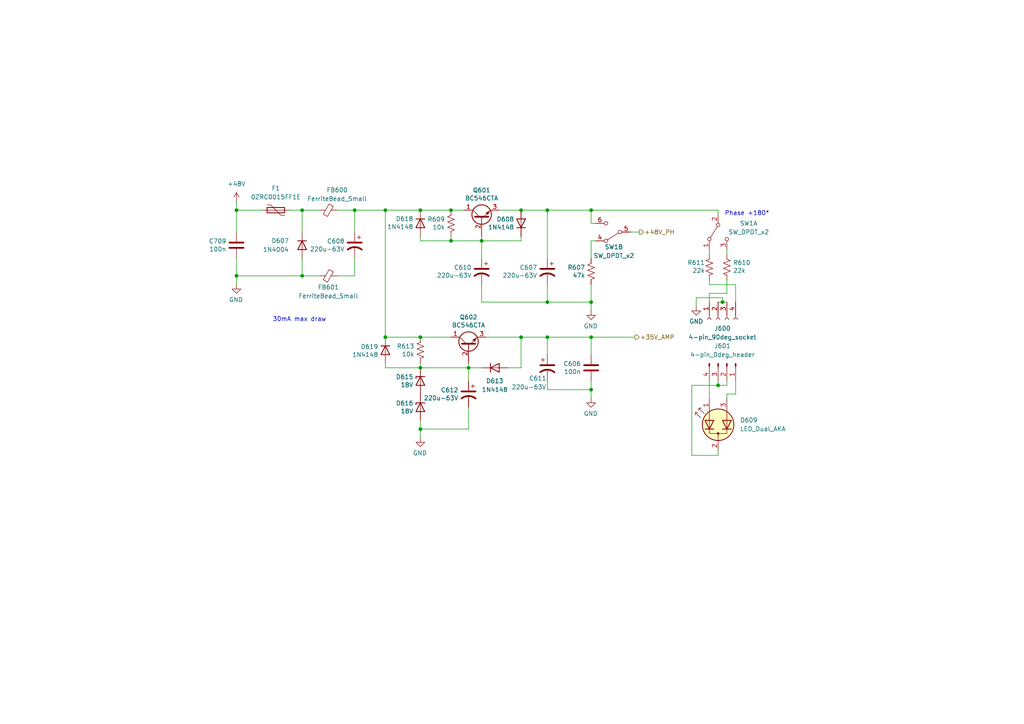
<source format=kicad_sch>
(kicad_sch (version 20231120) (generator "eeschema") (generator_version "8.0")
  (paper "A4")
  (lib_symbols
    (symbol "Connector:Conn_01x04_Pin" (pin_names (offset 1.016) hide)
      (property "Reference" "J" (at 0 5.08 0))
      (property "Value" "Conn_01x04_Pin" (at 0 -7.62 0))
      (symbol "Conn_01x04_Pin_1_1"
        (polyline (pts (xy 1.27 -5.08) (xy 0.8636 -5.08)) (stroke (width 0.1524)))
        (polyline (pts (xy 1.27 -2.54) (xy 0.8636 -2.54)) (stroke (width 0.1524)))
        (polyline (pts (xy 1.27 0) (xy 0.8636 0)) (stroke (width 0.1524)))
        (polyline (pts (xy 1.27 2.54) (xy 0.8636 2.54)) (stroke (width 0.1524)))
        (rectangle (start 0.8636 -4.953) (end 0 -5.207) (stroke (width 0.1524)) (fill (type outline)))
        (rectangle (start 0.8636 -2.413) (end 0 -2.667) (stroke (width 0.1524)) (fill (type outline)))
        (rectangle (start 0.8636 0.127) (end 0 -0.127) (stroke (width 0.1524)) (fill (type outline)))
        (rectangle (start 0.8636 2.667) (end 0 2.413) (stroke (width 0.1524)) (fill (type outline)))
        (pin passive line (at 5.08 2.54 180) (length 3.81) (name "Pin_1") (number "1"))
        (pin passive line (at 5.08 0 180) (length 3.81) (name "Pin_2") (number "2"))
        (pin passive line (at 5.08 -2.54 180) (length 3.81) (name "Pin_3") (number "3"))
        (pin passive line (at 5.08 -5.08 180) (length 3.81) (name "Pin_4") (number "4"))
      )
    )
    (symbol "Connector:Conn_01x04_Socket" (pin_names (offset 1.016) hide)
      (property "Reference" "J" (at 0 5.08 0))
      (property "Value" "Conn_01x04_Socket" (at 0 -7.62 0))
      (symbol "Conn_01x04_Socket_1_1"
        (arc (start 0 -4.572) (mid -0.5058 -5.08) (end 0 -5.588) (stroke (width 0.1524)))
        (arc (start 0 -2.032) (mid -0.5058 -2.54) (end 0 -3.048) (stroke (width 0.1524)))
        (polyline (pts (xy -1.27 -5.08) (xy -0.508 -5.08)) (stroke (width 0.1524)))
        (polyline (pts (xy -1.27 -2.54) (xy -0.508 -2.54)) (stroke (width 0.1524)))
        (polyline (pts (xy -1.27 0) (xy -0.508 0)) (stroke (width 0.1524)))
        (polyline (pts (xy -1.27 2.54) (xy -0.508 2.54)) (stroke (width 0.1524)))
        (arc (start 0 0.508) (mid -0.5058 0) (end 0 -0.508) (stroke (width 0.1524)))
        (arc (start 0 3.048) (mid -0.5058 2.54) (end 0 2.032) (stroke (width 0.1524)))
        (pin passive line (at -5.08 2.54 0) (length 3.81) (name "Pin_1") (number "1"))
        (pin passive line (at -5.08 0 0) (length 3.81) (name "Pin_2") (number "2"))
        (pin passive line (at -5.08 -2.54 0) (length 3.81) (name "Pin_3") (number "3"))
        (pin passive line (at -5.08 -5.08 0) (length 3.81) (name "Pin_4") (number "4"))
      )
    )
    (symbol "Device:C" (pin_numbers hide) (pin_names (offset 0.254))
      (property "Reference" "C" (at 0.635 2.54 0))
      (property "Value" "C" (at 0.635 -2.54 0))
      (symbol "C_0_1"
        (polyline (pts (xy -2.032 -0.762) (xy 2.032 -0.762)) (stroke (width 0.508)))
        (polyline (pts (xy -2.032 0.762) (xy 2.032 0.762)) (stroke (width 0.508)))
      )
      (symbol "C_1_1"
        (pin passive line (at 0 3.81 270) (length 2.794) (name "~") (number "1"))
        (pin passive line (at 0 -3.81 90) (length 2.794) (name "~") (number "2"))
      )
    )
    (symbol "Device:C_Polarized_US" (pin_numbers hide) (pin_names (offset 0.254) hide)
      (property "Reference" "C" (at 0.635 2.54 0))
      (property "Value" "C_Polarized_US" (at 0.635 -2.54 0))
      (symbol "C_Polarized_US_0_1"
        (polyline (pts (xy -2.032 0.762) (xy 2.032 0.762)) (stroke (width 0.508)))
        (polyline (pts (xy -1.778 2.286) (xy -0.762 2.286)))
        (polyline (pts (xy -1.27 1.778) (xy -1.27 2.794)))
        (arc (start 2.032 -1.27) (mid 0 -0.5572) (end -2.032 -1.27) (stroke (width 0.508)))
      )
      (symbol "C_Polarized_US_1_1"
        (pin passive line (at 0 3.81 270) (length 2.794) (name "~") (number "1"))
        (pin passive line (at 0 -3.81 90) (length 3.302) (name "~") (number "2"))
      )
    )
    (symbol "Device:D" (pin_numbers hide) (pin_names (offset 1.016) hide)
      (property "Reference" "D" (at 0 2.54 0))
      (property "Value" "D" (at 0 -2.54 0))
      (symbol "D_0_1"
        (polyline (pts (xy -1.27 1.27) (xy -1.27 -1.27)) (stroke (width 0.254)))
        (polyline (pts (xy 1.27 0) (xy -1.27 0)))
        (polyline (pts (xy 1.27 1.27) (xy 1.27 -1.27) (xy -1.27 0) (xy 1.27 1.27)) (stroke (width 0.254)))
      )
      (symbol "D_1_1"
        (pin passive line (at -3.81 0 0) (length 2.54) (name "K") (number "1"))
        (pin passive line (at 3.81 0 180) (length 2.54) (name "A") (number "2"))
      )
    )
    (symbol "Device:D_Zener" (pin_numbers hide) (pin_names (offset 1.016) hide)
      (property "Reference" "D" (at 0 2.54 0))
      (property "Value" "D_Zener" (at 0 -2.54 0))
      (symbol "D_Zener_0_1"
        (polyline (pts (xy 1.27 0) (xy -1.27 0)))
        (polyline (pts (xy -1.27 -1.27) (xy -1.27 1.27) (xy -0.762 1.27)) (stroke (width 0.254)))
        (polyline (pts (xy 1.27 -1.27) (xy 1.27 1.27) (xy -1.27 0) (xy 1.27 -1.27)) (stroke (width 0.254)))
      )
      (symbol "D_Zener_1_1"
        (pin passive line (at -3.81 0 0) (length 2.54) (name "K") (number "1"))
        (pin passive line (at 3.81 0 180) (length 2.54) (name "A") (number "2"))
      )
    )
    (symbol "Device:FerriteBead_Small" (pin_numbers hide) (pin_names (offset 0))
      (property "Reference" "FB" (at 1.905 1.27 0))
      (property "Value" "FerriteBead_Small" (at 1.905 -1.27 0))
      (symbol "FerriteBead_Small_0_1"
        (polyline (pts (xy 0 -1.27) (xy 0 -0.7874)))
        (polyline (pts (xy 0 0.889) (xy 0 1.2954)))
        (polyline (pts (xy -1.8288 0.2794) (xy -1.1176 1.4986) (xy 1.8288 -0.2032) (xy 1.1176 -1.4224) (xy -1.8288 0.2794)))
      )
      (symbol "FerriteBead_Small_1_1"
        (pin passive line (at 0 2.54 270) (length 1.27) (name "~") (number "1"))
        (pin passive line (at 0 -2.54 90) (length 1.27) (name "~") (number "2"))
      )
    )
    (symbol "Device:LED_Dual_AKA" (pin_names (offset 0) hide)
      (property "Reference" "D" (at 0 5.715 0))
      (property "Value" "LED_Dual_AKA" (at 0 -6.35 0))
      (symbol "LED_Dual_AKA_0_1"
        (circle (center -2.54 0) (radius 0.2794) (fill (type outline)))
        (polyline (pts (xy -4.572 0) (xy -2.54 0)))
        (polyline (pts (xy -1.27 -1.27) (xy -1.27 -3.81)) (stroke (width 0.254)))
        (polyline (pts (xy -1.27 1.27) (xy -1.27 3.81)) (stroke (width 0.254)))
        (polyline (pts (xy 3.81 -2.54) (xy 1.905 -2.54)))
        (polyline (pts (xy 3.81 2.54) (xy 1.905 2.54)))
        (polyline (pts (xy 1.27 -3.81) (xy 1.27 -1.27) (xy -1.27 -2.54) (xy 1.27 -3.81)) (stroke (width 0.254)))
        (polyline (pts (xy 1.27 1.27) (xy 1.27 3.81) (xy -1.27 2.54) (xy 1.27 1.27)) (stroke (width 0.254)))
        (polyline (pts (xy 2.032 2.54) (xy -2.54 2.54) (xy -2.54 -2.54) (xy 2.032 -2.54)))
        (polyline (pts (xy 2.032 5.08) (xy 3.556 6.604) (xy 2.794 6.604) (xy 3.556 6.604) (xy 3.556 5.842)))
        (polyline (pts (xy 3.302 4.064) (xy 4.826 5.588) (xy 4.064 5.588) (xy 4.826 5.588) (xy 4.826 4.826)))
        (circle (center 0 0) (radius 4.572) (stroke (width 0.254)) (fill (type background)))
      )
      (symbol "LED_Dual_AKA_1_1"
        (pin input line (at 7.62 2.54 180) (length 3.81) (name "A1") (number "1"))
        (pin input line (at -7.62 0 0) (length 3.048) (name "K") (number "2"))
        (pin input line (at 7.62 -2.54 180) (length 3.81) (name "A2") (number "3"))
      )
    )
    (symbol "Device:Polyfuse" (pin_numbers hide) (pin_names (offset 0))
      (property "Reference" "F" (at -2.54 0 90))
      (property "Value" "Polyfuse" (at 2.54 0 90))
      (symbol "Polyfuse_0_1"
        (rectangle (start -0.762 2.54) (end 0.762 -2.54) (stroke (width 0.254)))
        (polyline (pts (xy 0 2.54) (xy 0 -2.54)))
        (polyline (pts (xy -1.524 2.54) (xy -1.524 1.524) (xy 1.524 -1.524) (xy 1.524 -2.54)))
      )
      (symbol "Polyfuse_1_1"
        (pin passive line (at 0 3.81 270) (length 1.27) (name "~") (number "1"))
        (pin passive line (at 0 -3.81 90) (length 1.27) (name "~") (number "2"))
      )
    )
    (symbol "Device:Q_NPN_CBE" (pin_names (offset 0) hide)
      (property "Reference" "Q" (at 5.08 1.27 0))
      (property "Value" "Q_NPN_CBE" (at 5.08 -1.27 0))
      (symbol "Q_NPN_CBE_0_1"
        (polyline (pts (xy 0.635 0.635) (xy 2.54 2.54)))
        (polyline (pts (xy 0.635 -0.635) (xy 2.54 -2.54) (xy 2.54 -2.54)))
        (polyline (pts (xy 0.635 1.905) (xy 0.635 -1.905) (xy 0.635 -1.905)) (stroke (width 0.508)))
        (polyline (pts (xy 1.27 -1.778) (xy 1.778 -1.27) (xy 2.286 -2.286) (xy 1.27 -1.778) (xy 1.27 -1.778)) (fill (type outline)))
        (circle (center 1.27 0) (radius 2.8194) (stroke (width 0.254)))
      )
      (symbol "Q_NPN_CBE_1_1"
        (pin passive line (at 2.54 5.08 270) (length 2.54) (name "C") (number "1"))
        (pin input line (at -5.08 0 0) (length 5.715) (name "B") (number "2"))
        (pin passive line (at 2.54 -5.08 90) (length 2.54) (name "E") (number "3"))
      )
    )
    (symbol "Device:R_US" (pin_numbers hide) (pin_names (offset 0))
      (property "Reference" "R" (at 2.54 0 90))
      (property "Value" "R_US" (at -2.54 0 90))
      (symbol "R_US_0_1"
        (polyline (pts (xy 0 -2.286) (xy 0 -2.54)))
        (polyline (pts (xy 0 2.286) (xy 0 2.54)))
        (polyline (pts (xy 0 -0.762) (xy 1.016 -1.143) (xy 0 -1.524) (xy -1.016 -1.905) (xy 0 -2.286)))
        (polyline (pts (xy 0 0.762) (xy 1.016 0.381) (xy 0 0) (xy -1.016 -0.381) (xy 0 -0.762)))
        (polyline (pts (xy 0 2.286) (xy 1.016 1.905) (xy 0 1.524) (xy -1.016 1.143) (xy 0 0.762)))
      )
      (symbol "R_US_1_1"
        (pin passive line (at 0 3.81 270) (length 1.27) (name "~") (number "1"))
        (pin passive line (at 0 -3.81 90) (length 1.27) (name "~") (number "2"))
      )
    )
    (symbol "Switch:SW_DPDT_x2" (pin_names (offset 0) hide)
      (property "Reference" "SW" (at 0 4.318 0))
      (property "Value" "SW_DPDT_x2" (at 0 -5.08 0))
      (symbol "SW_DPDT_x2_0_0"
        (circle (center -2.032 0) (radius 0.508))
        (circle (center 2.032 -2.54) (radius 0.508))
      )
      (symbol "SW_DPDT_x2_0_1"
        (polyline (pts (xy -1.524 0.254) (xy 1.651 2.286)))
        (circle (center 2.032 2.54) (radius 0.508))
      )
      (symbol "SW_DPDT_x2_1_1"
        (pin passive line (at 5.08 2.54 180) (length 2.54) (name "A") (number "1"))
        (pin passive line (at -5.08 0 0) (length 2.54) (name "B") (number "2"))
        (pin passive line (at 5.08 -2.54 180) (length 2.54) (name "C") (number "3"))
      )
      (symbol "SW_DPDT_x2_2_1"
        (pin passive line (at 5.08 2.54 180) (length 2.54) (name "A") (number "4"))
        (pin passive line (at -5.08 0 0) (length 2.54) (name "B") (number "5"))
        (pin passive line (at 5.08 -2.54 180) (length 2.54) (name "C") (number "6"))
      )
    )
    (symbol "power:+48V" (power) (pin_numbers hide) (pin_names (offset 0) hide)
      (property "Value" "+48V" (at 0 3.556 0))
      (symbol "+48V_0_1"
        (polyline (pts (xy -0.762 1.27) (xy 0 2.54)))
        (polyline (pts (xy 0 0) (xy 0 2.54)))
        (polyline (pts (xy 0 2.54) (xy 0.762 1.27)))
      )
      (symbol "+48V_1_1"
        (pin power_in line (at 0 0 90) (length 0) (name "~") (number "1"))
      )
    )
    (symbol "power:GND" (power) (pin_names (offset 0))
      (property "Value" "GND" (at 0 -3.81 0))
      (symbol "GND_0_1"
        (polyline (pts (xy 0 0) (xy 0 -1.27) (xy 1.27 -1.27) (xy 0 -2.54) (xy -1.27 -1.27) (xy 0 -1.27)))
      )
      (symbol "GND_1_1"
        (pin power_in line (at 0 0 270) (length 0) hide (name "GND") (number "1"))
      )
    )
  )
  (junction (at 171.45 97.79))
  (junction (at 68.58 80.01))
  (junction (at 158.75 87.63))
  (junction (at 68.58 60.96))
  (junction (at 158.75 60.96))
  (junction (at 87.63 80.01))
  (junction (at 102.87 60.96))
  (junction (at 87.63 60.96))
  (junction (at 171.45 87.63))
  (junction (at 209.55 87.63))
  (junction (at 130.81 60.96))
  (junction (at 130.81 69.85))
  (junction (at 111.76 60.96))
  (junction (at 208.28 111.76))
  (junction (at 111.76 97.79))
  (junction (at 158.75 97.79))
  (junction (at 135.89 106.68))
  (junction (at 139.7 69.85))
  (junction (at 121.92 60.96))
  (junction (at 151.13 60.96))
  (junction (at 151.13 97.79))
  (junction (at 121.92 106.68))
  (junction (at 121.92 97.79))
  (junction (at 121.92 124.46))
  (junction (at 171.45 60.96))
  (junction (at 171.45 113.03))
  (wire (pts (xy 201.93 86.36) (xy 201.93 88.9)))
  (wire (pts (xy 209.55 86.36) (xy 201.93 86.36)))
  (wire (pts (xy 185.42 67.31) (xy 182.88 67.31)))
  (wire (pts (xy 158.75 113.03) (xy 171.45 113.03)))
  (wire (pts (xy 171.45 97.79) (xy 171.45 102.87)))
  (wire (pts (xy 87.63 74.93) (xy 87.63 80.01)))
  (wire (pts (xy 134.62 60.96) (xy 130.81 60.96)))
  (wire (pts (xy 171.45 69.85) (xy 172.72 69.85)))
  (wire (pts (xy 68.58 67.31) (xy 68.58 60.96)))
  (wire (pts (xy 171.45 64.77) (xy 172.72 64.77)))
  (wire (pts (xy 213.36 114.3) (xy 213.36 110.49)))
  (wire (pts (xy 205.74 73.66) (xy 205.74 72.39)))
  (wire (pts (xy 135.89 106.68) (xy 121.92 106.68)))
  (wire (pts (xy 205.74 110.49) (xy 205.74 115.57)))
  (wire (pts (xy 151.13 97.79) (xy 140.97 97.79)))
  (wire (pts (xy 111.76 97.79) (xy 121.92 97.79)))
  (wire (pts (xy 97.79 60.96) (xy 102.87 60.96)))
  (wire (pts (xy 151.13 97.79) (xy 158.75 97.79)))
  (wire (pts (xy 213.36 82.55) (xy 213.36 87.63)))
  (wire (pts (xy 210.82 111.76) (xy 208.28 111.76)))
  (wire (pts (xy 208.28 132.08) (xy 208.28 130.81)))
  (wire (pts (xy 210.82 81.28) (xy 210.82 85.09)))
  (wire (pts (xy 68.58 80.01) (xy 68.58 82.55)))
  (wire (pts (xy 102.87 80.01) (xy 102.87 74.93)))
  (wire (pts (xy 205.74 85.09) (xy 210.82 85.09)))
  (wire (pts (xy 210.82 110.49) (xy 210.82 111.76)))
  (wire (pts (xy 158.75 87.63) (xy 139.7 87.63)))
  (wire (pts (xy 147.32 106.68) (xy 151.13 106.68)))
  (wire (pts (xy 200.66 111.76) (xy 208.28 111.76)))
  (wire (pts (xy 139.7 74.93) (xy 139.7 69.85)))
  (wire (pts (xy 111.76 106.68) (xy 111.76 105.41)))
  (wire (pts (xy 68.58 80.01) (xy 87.63 80.01)))
  (wire (pts (xy 171.45 90.17) (xy 171.45 87.63)))
  (wire (pts (xy 135.89 124.46) (xy 121.92 124.46)))
  (wire (pts (xy 68.58 74.93) (xy 68.58 80.01)))
  (wire (pts (xy 111.76 60.96) (xy 121.92 60.96)))
  (wire (pts (xy 210.82 114.3) (xy 210.82 115.57)))
  (wire (pts (xy 121.92 69.85) (xy 121.92 68.58)))
  (wire (pts (xy 139.7 69.85) (xy 130.81 69.85)))
  (wire (pts (xy 87.63 60.96) (xy 83.82 60.96)))
  (wire (pts (xy 135.89 118.11) (xy 135.89 124.46)))
  (wire (pts (xy 87.63 67.31) (xy 87.63 60.96)))
  (wire (pts (xy 171.45 60.96) (xy 208.28 60.96)))
  (wire (pts (xy 151.13 60.96) (xy 144.78 60.96)))
  (wire (pts (xy 158.75 87.63) (xy 171.45 87.63)))
  (wire (pts (xy 205.74 85.09) (xy 205.74 87.63)))
  (wire (pts (xy 158.75 60.96) (xy 151.13 60.96)))
  (wire (pts (xy 171.45 113.03) (xy 171.45 110.49)))
  (wire (pts (xy 158.75 102.87) (xy 158.75 97.79)))
  (wire (pts (xy 139.7 68.58) (xy 139.7 69.85)))
  (wire (pts (xy 208.28 111.76) (xy 208.28 110.49)))
  (wire (pts (xy 121.92 60.96) (xy 130.81 60.96)))
  (wire (pts (xy 121.92 127) (xy 121.92 124.46)))
  (wire (pts (xy 171.45 69.85) (xy 171.45 74.93)))
  (wire (pts (xy 121.92 106.68) (xy 121.92 105.41)))
  (wire (pts (xy 171.45 60.96) (xy 171.45 64.77)))
  (wire (pts (xy 171.45 97.79) (xy 184.15 97.79)))
  (wire (pts (xy 200.66 132.08) (xy 208.28 132.08)))
  (wire (pts (xy 205.74 82.55) (xy 213.36 82.55)))
  (wire (pts (xy 102.87 60.96) (xy 111.76 60.96)))
  (wire (pts (xy 76.2 60.96) (xy 68.58 60.96)))
  (wire (pts (xy 68.58 58.42) (xy 68.58 60.96)))
  (wire (pts (xy 151.13 97.79) (xy 151.13 106.68)))
  (wire (pts (xy 210.82 73.66) (xy 210.82 72.39)))
  (wire (pts (xy 139.7 106.68) (xy 135.89 106.68)))
  (wire (pts (xy 87.63 60.96) (xy 92.71 60.96)))
  (wire (pts (xy 158.75 97.79) (xy 171.45 97.79)))
  (wire (pts (xy 135.89 106.68) (xy 135.89 110.49)))
  (wire (pts (xy 102.87 60.96) (xy 102.87 67.31)))
  (wire (pts (xy 130.81 69.85) (xy 130.81 68.58)))
  (wire (pts (xy 209.55 87.63) (xy 208.28 87.63)))
  (wire (pts (xy 210.82 87.63) (xy 209.55 87.63)))
  (wire (pts (xy 121.92 121.92) (xy 121.92 124.46)))
  (wire (pts (xy 158.75 113.03) (xy 158.75 110.49)))
  (wire (pts (xy 209.55 86.36) (xy 209.55 87.63)))
  (wire (pts (xy 151.13 68.58) (xy 151.13 69.85)))
  (wire (pts (xy 97.79 80.01) (xy 102.87 80.01)))
  (wire (pts (xy 205.74 81.28) (xy 205.74 82.55)))
  (wire (pts (xy 139.7 87.63) (xy 139.7 82.55)))
  (wire (pts (xy 111.76 60.96) (xy 111.76 97.79)))
  (wire (pts (xy 111.76 106.68) (xy 121.92 106.68)))
  (wire (pts (xy 121.92 69.85) (xy 130.81 69.85)))
  (wire (pts (xy 135.89 105.41) (xy 135.89 106.68)))
  (wire (pts (xy 158.75 74.93) (xy 158.75 60.96)))
  (wire (pts (xy 208.28 60.96) (xy 208.28 62.23)))
  (wire (pts (xy 210.82 114.3) (xy 213.36 114.3)))
  (wire (pts (xy 171.45 113.03) (xy 171.45 115.57)))
  (wire (pts (xy 121.92 97.79) (xy 130.81 97.79)))
  (wire (pts (xy 158.75 82.55) (xy 158.75 87.63)))
  (wire (pts (xy 87.63 80.01) (xy 92.71 80.01)))
  (wire (pts (xy 158.75 60.96) (xy 171.45 60.96)))
  (wire (pts (xy 151.13 69.85) (xy 139.7 69.85)))
  (wire (pts (xy 171.45 82.55) (xy 171.45 87.63)))
  (wire (pts (xy 200.66 111.76) (xy 200.66 132.08)))
  (text "30mA max draw" (at 86.868 92.71 0) (effects (font (size 1.27 1.27))))
  (text "Phase +180*" (at 216.662 61.976 0) (effects (font (size 1.27 1.27))))
  (hierarchical_label "+35V_AMP" (shape output) (at 184.15 97.79 0))
  (hierarchical_label "+48V_PH" (shape output) (at 185.42 67.31 0))
  (symbol (lib_id "Device:Q_NPN_CBE") (at 139.7 63.5 90) (unit 1)
    (property "Reference" "Q601" (at 139.7 55.1688 90))
    (property "Value" "BC546CTA" (at 139.7 57.4802 90))
    (property "Footprint" "Package_TO_SOT_THT:TO-92_Inline_Wide" (effects (hide yes)))
    (property "Mfr Part Nr" "BC546CTA" (effects (hide yes)))
  )
  (symbol (lib_id "power:GND") (at 121.92 127 0) (mirror y) (unit 1)
    (property "Reference" "#PWR04" (effects (hide yes)))
    (property "Value" "GND" (at 121.793 131.3942 0))
  )
  (symbol (lib_id "Connector:Conn_01x04_Socket") (at 208.28 92.71 90) (mirror x) (unit 1)
    (property "Reference" "J600" (at 209.55 95.25 90))
    (property "Value" "4-pin_90deg_socket" (at 209.55 97.79 90))
    (property "Description" "Generic connector, single row, 01x04, script generated" (effects (hide yes)))
  )
  (symbol (lib_id "Device:C_Polarized_US") (at 135.89 114.3 0) (mirror y) (unit 1)
    (property "Reference" "C612" (at 132.969 113.1316 0) (effects (justify left)))
    (property "Value" "220u-63V" (at 132.969 115.443 0) (effects (justify left)))
    (property "Footprint" "Capacitor_THT:CP_Radial_D10.0mm_P5.00mm" (effects (hide yes)))
    (property "Mfr Part Nr" "UVZ1J221MPD" (effects (hide yes)))
  )
  (symbol (lib_id "Device:C_Polarized_US") (at 139.7 78.74 0) (mirror y) (unit 1)
    (property "Reference" "C610" (at 136.779 77.5716 0) (effects (justify left)))
    (property "Value" "220u-63V" (at 136.779 79.883 0) (effects (justify left)))
    (property "Footprint" "Capacitor_THT:CP_Radial_D10.0mm_P5.00mm" (effects (hide yes)))
    (property "Mfr Part Nr" "UVZ1J221MPD" (effects (hide yes)))
  )
  (symbol (lib_id "power:GND") (at 171.45 90.17 0) (mirror y) (unit 1)
    (property "Reference" "#PWR01" (effects (hide yes)))
    (property "Value" "GND" (at 171.323 94.5642 0))
  )
  (symbol (lib_id "Connector:Conn_01x04_Pin") (at 210.82 105.41 270) (unit 1)
    (property "Reference" "J601" (at 209.55 100.33 90))
    (property "Value" "4-pin_0deg_header" (at 209.55 102.87 90))
    (property "Description" "Generic connector, single row, 01x04, script generated" (effects (hide yes)))
  )
  (symbol (lib_id "Device:Polyfuse") (at 80.01 60.96 90) (mirror x) (unit 1)
    (property "Reference" "F1" (at 80.01 54.61 90))
    (property "Value" "0ZRC0015FF1E" (at 80.01 57.15 90))
    (property "Footprint" "Fuse:Fuse_BelFuse_0ZRE0005FF_L8.3mm_W3.8mm" (effects (hide yes)))
    (property "Mfr Part Nr" "0ZRC0015FF1E" (effects (hide yes)))
  )
  (symbol (lib_id "Device:C_Polarized_US") (at 158.75 106.68 0) (unit 1)
    (property "Reference" "C611" (at 155.956 109.728 0))
    (property "Value" "220u-63V" (at 153.416 112.268 0))
    (property "Footprint" "Capacitor_THT:CP_Radial_D6.3mm_P2.50mm" (effects (hide yes)))
    (property "Mfr Part Nr" "UFW1H470MED1TD" (effects (hide yes)))
  )
  (symbol (lib_id "Device:C_Polarized_US") (at 158.75 78.74 0) (mirror y) (unit 1)
    (property "Reference" "C607" (at 155.829 77.5716 0) (effects (justify left)))
    (property "Value" "220u-63V" (at 155.829 79.883 0) (effects (justify left)))
    (property "Footprint" "Capacitor_THT:CP_Radial_D10.0mm_P5.00mm" (effects (hide yes)))
    (property "Mfr Part Nr" "UVZ1J221MPD" (effects (hide yes)))
  )
  (symbol (lib_id "power:GND") (at 171.45 115.57 0) (mirror y) (unit 1)
    (property "Reference" "#PWR02" (effects (hide yes)))
    (property "Value" "GND" (at 171.323 119.9642 0))
  )
  (symbol (lib_id "power:+48V") (at 68.58 58.42 0) (mirror y) (unit 1)
    (property "Reference" "#PWR05" (effects (hide yes)))
    (property "Value" "+48V" (at 68.58 53.34 0))
    (property "Description" "Power symbol creates a global label with name \"+48V\"" (effects (hide yes)))
  )
  (symbol (lib_id "Device:C_Polarized_US") (at 102.87 71.12 0) (mirror y) (unit 1)
    (property "Reference" "C608" (at 99.949 69.9516 0) (effects (justify left)))
    (property "Value" "220u-63V" (at 99.949 72.263 0) (effects (justify left)))
    (property "Footprint" "Capacitor_THT:CP_Radial_D10.0mm_P5.00mm" (effects (hide yes)))
    (property "Mfr Part Nr" "UVZ1J221MPD" (effects (hide yes)))
  )
  (symbol (lib_id "Device:FerriteBead_Small") (at 95.25 80.01 90) (unit 1)
    (property "Reference" "FB601" (at 95.25 83.312 90))
    (property "Value" "FerriteBead_Small" (at 95.25 85.852 90))
    (property "Description" "Ferrite bead, small symbol" (effects (hide yes)))
  )
  (symbol (lib_id "Device:R_US") (at 205.74 77.47 0) (mirror y) (unit 1)
    (property "Reference" "R611" (at 204.47 76.1746 0) (effects (justify left)))
    (property "Value" "22k" (at 204.47 78.486 0) (effects (justify left)))
    (property "Footprint" "Resistor_THT:R_Axial_DIN0207_L6.3mm_D2.5mm_P10.16mm_Horizontal" (effects (hide yes)))
    (property "Mfr Part Nr" "MBB02070C2202FCT00" (effects (hide yes)))
  )
  (symbol (lib_id "Switch:SW_DPDT_x2") (at 177.8 67.31 180) (unit 2)
    (property "Reference" "SW1" (at 178.054 71.628 0))
    (property "Value" "SW_DPDT_x2" (at 178.054 74.168 0))
    (property "Footprint" "Button_Switch_THT:SW_Push_2P2T_Vertical_E-Switch_800UDP8P1A1M6" (effects (hide yes)))
    (property "Mfr Part Nr" "200MDP1T2B2M6QE" (effects (hide yes)))
  )
  (symbol (lib_id "Device:D") (at 121.92 64.77 270) (unit 1)
    (property "Reference" "D618" (at 119.888 63.4746 90) (effects (justify right)))
    (property "Value" "1N4148" (at 119.888 65.786 90) (effects (justify right)))
    (property "Footprint" "Diode_THT:D_DO-34_SOD68_P7.62mm_Horizontal" (effects (hide yes)))
    (property "Mfr Part Nr" "1N4148" (effects (hide yes)))
  )
  (symbol (lib_id "power:GND") (at 201.93 88.9 0) (mirror y) (unit 1)
    (property "Reference" "#PWR016" (effects (hide yes)))
    (property "Value" "GND" (at 201.93 93.218 0))
  )
  (symbol (lib_id "Device:FerriteBead_Small") (at 95.25 60.96 90) (unit 1)
    (property "Reference" "FB600" (at 97.79 55.118 90))
    (property "Value" "FerriteBead_Small" (at 97.79 57.658 90))
    (property "Description" "Ferrite bead, small symbol" (effects (hide yes)))
  )
  (symbol (lib_id "Device:R_US") (at 171.45 78.74 0) (mirror y) (unit 1)
    (property "Reference" "R607" (at 169.7228 77.5716 0) (effects (justify left)))
    (property "Value" "47k" (at 169.7228 79.883 0) (effects (justify left)))
    (property "Footprint" "Resistor_THT:R_Axial_DIN0207_L6.3mm_D2.5mm_P10.16mm_Horizontal" (effects (hide yes)))
    (property "Mfr Part Nr" "MF0207FTE52-47K" (effects (hide yes)))
  )
  (symbol (lib_id "Device:LED_Dual_AKA") (at 208.28 123.19 90) (unit 1)
    (property "Reference" "D609" (at 214.63 121.8564 90) (effects (justify right)))
    (property "Value" "LED_Dual_AKA" (at 214.63 124.3964 90) (effects (justify right)))
    (property "Description" "WP59EGW" (effects (hide yes)))
  )
  (symbol (lib_id "Device:Q_NPN_CBE") (at 135.89 100.33 90) (unit 1)
    (property "Reference" "Q602" (at 135.89 91.9988 90))
    (property "Value" "BC546CTA" (at 135.89 94.3102 90))
    (property "Footprint" "Package_TO_SOT_THT:TO-92_Inline_Wide" (effects (hide yes)))
    (property "Mfr Part Nr" "BC546CTA" (effects (hide yes)))
  )
  (symbol (lib_id "Device:C") (at 68.58 71.12 0) (mirror y) (unit 1)
    (property "Reference" "C709" (at 65.659 69.9516 0) (effects (justify left)))
    (property "Value" "100n" (at 65.659 72.263 0) (effects (justify left)))
    (property "Footprint" "Capacitor_THT:C_Rect_L7.2mm_W3.0mm_P5.00mm_FKS2_FKP2_MKS2_MKP2" (effects (hide yes)))
    (property "Mfr Part Nr" "PHE426DJ5100JR05" (effects (hide yes)))
  )
  (symbol (lib_id "Switch:SW_DPDT_x2") (at 208.28 67.31 90) (mirror x) (unit 1)
    (property "Reference" "SW1" (at 217.17 64.77 90))
    (property "Value" "SW_DPDT_x2" (at 217.17 67.31 90))
    (property "Footprint" "Button_Switch_THT:SW_Push_2P2T_Vertical_E-Switch_800UDP8P1A1M6" (effects (hide yes)))
    (property "Mfr Part Nr" "200MDP1T2B2M6QE" (effects (hide yes)))
  )
  (symbol (lib_id "Device:D") (at 87.63 71.12 90) (mirror x) (unit 1)
    (property "Reference" "D607" (at 83.82 69.85 90) (effects (justify left)))
    (property "Value" "1N4004" (at 83.82 72.39 90) (effects (justify left)))
    (property "Footprint" "Diode_THT:D_DO-41_SOD81_P10.16mm_Horizontal" (effects (hide yes)))
    (property "Mfr Part Nr" "1N4004GP-E3/54" (effects (hide yes)))
  )
  (symbol (lib_id "Device:D_Zener") (at 121.92 118.11 90) (mirror x) (unit 1)
    (property "Reference" "D616" (at 119.9134 116.9416 90) (effects (justify left)))
    (property "Value" "18V" (at 119.9134 119.253 90) (effects (justify left)))
    (property "Footprint" "Diode_THT:D_DO-34_SOD68_P7.62mm_Horizontal" (effects (hide yes)))
    (property "Mfr Part Nr" "BZX55B18-TAP" (effects (hide yes)))
  )
  (symbol (lib_id "Device:D") (at 111.76 101.6 270) (unit 1)
    (property "Reference" "D619" (at 109.728 100.5586 90) (effects (justify right)))
    (property "Value" "1N4148" (at 109.728 102.87 90) (effects (justify right)))
    (property "Footprint" "Diode_THT:D_DO-34_SOD68_P7.62mm_Horizontal" (effects (hide yes)))
    (property "Mfr Part Nr" "1N4148" (effects (hide yes)))
  )
  (symbol (lib_id "Device:R_US") (at 210.82 77.47 0) (unit 1)
    (property "Reference" "R610" (at 212.598 76.1746 0) (effects (justify left)))
    (property "Value" "22k" (at 212.598 78.486 0) (effects (justify left)))
    (property "Footprint" "Resistor_THT:R_Axial_DIN0207_L6.3mm_D2.5mm_P10.16mm_Horizontal" (effects (hide yes)))
    (property "Mfr Part Nr" "MBB02070C2202FCT00" (effects (hide yes)))
  )
  (symbol (lib_id "Device:R_US") (at 121.92 101.6 0) (mirror y) (unit 1)
    (property "Reference" "R613" (at 120.1928 100.4316 0) (effects (justify left)))
    (property "Value" "10k" (at 120.1928 102.743 0) (effects (justify left)))
    (property "Footprint" "Resistor_THT:R_Axial_DIN0207_L6.3mm_D2.5mm_P10.16mm_Horizontal" (effects (hide yes)))
    (property "Mfr Part Nr" "MF0207FTE52-10K" (effects (hide yes)))
  )
  (symbol (lib_id "Device:C") (at 171.45 106.68 0) (mirror y) (unit 1)
    (property "Reference" "C606" (at 168.529 105.5116 0) (effects (justify left)))
    (property "Value" "100n" (at 168.529 107.823 0) (effects (justify left)))
    (property "Footprint" "Capacitor_THT:C_Rect_L7.2mm_W3.0mm_P5.00mm_FKS2_FKP2_MKS2_MKP2" (effects (hide yes)))
    (property "Mfr Part Nr" "R82EC3100AA70J" (effects (hide yes)))
  )
  (symbol (lib_id "Device:R_US") (at 130.81 64.77 0) (mirror y) (unit 1)
    (property "Reference" "R609" (at 129.0828 63.6016 0) (effects (justify left)))
    (property "Value" "10k" (at 129.0828 65.913 0) (effects (justify left)))
    (property "Footprint" "Resistor_THT:R_Axial_DIN0207_L6.3mm_D2.5mm_P10.16mm_Horizontal" (effects (hide yes)))
    (property "Mfr Part Nr" "MF0207FTE52-10K" (effects (hide yes)))
  )
  (symbol (lib_id "power:GND") (at 68.58 82.55 0) (mirror y) (unit 1)
    (property "Reference" "#PWR08" (effects (hide yes)))
    (property "Value" "GND" (at 68.453 86.9442 0))
  )
  (symbol (lib_id "Device:D_Zener") (at 121.92 110.49 90) (mirror x) (unit 1)
    (property "Reference" "D615" (at 119.9134 109.3216 90) (effects (justify left)))
    (property "Value" "18V" (at 119.9134 111.633 90) (effects (justify left)))
    (property "Footprint" "Diode_THT:D_DO-34_SOD68_P7.62mm_Horizontal" (effects (hide yes)))
    (property "Mfr Part Nr" "BZX55B18-TAP" (effects (hide yes)))
  )
  (symbol (lib_id "Device:D") (at 143.51 106.68 0) (mirror x) (unit 1)
    (property "Reference" "D613" (at 146.05 110.49 0) (effects (justify right)))
    (property "Value" "1N4148" (at 147.32 113.03 0) (effects (justify right)))
    (property "Footprint" "Diode_THT:D_DO-34_SOD68_P7.62mm_Horizontal" (effects (hide yes)))
    (property "Mfr Part Nr" "1N4148" (effects (hide yes)))
  )
  (symbol (lib_id "Device:D") (at 151.13 64.77 270) (mirror x) (unit 1)
    (property "Reference" "D608" (at 149.1234 63.6016 90) (effects (justify right)))
    (property "Value" "1N4148" (at 149.1234 65.913 90) (effects (justify right)))
    (property "Footprint" "Diode_THT:D_DO-34_SOD68_P7.62mm_Horizontal" (effects (hide yes)))
    (property "Mfr Part Nr" "1N4148" (effects (hide yes)))
  )
)
</source>
